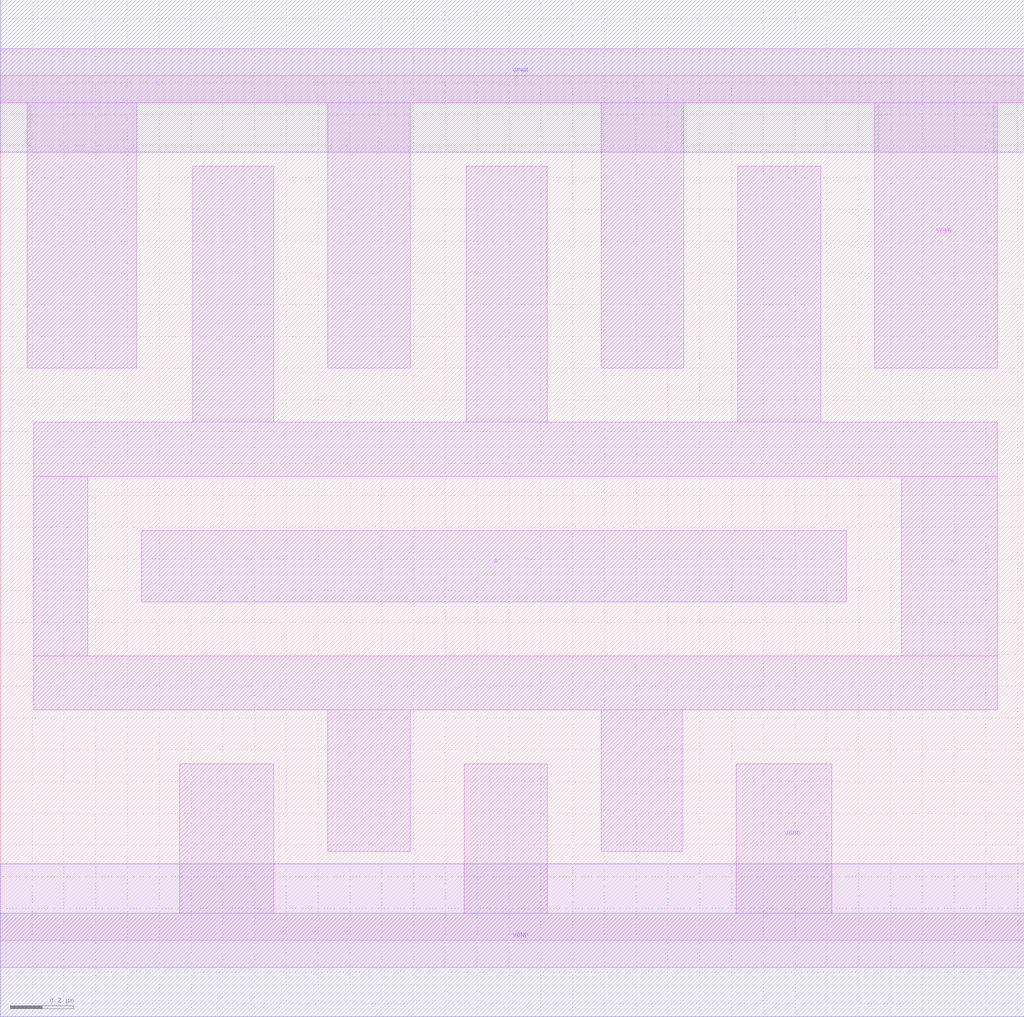
<source format=lef>
# Copyright 2020 The SkyWater PDK Authors
#
# Licensed under the Apache License, Version 2.0 (the "License");
# you may not use this file except in compliance with the License.
# You may obtain a copy of the License at
#
#     https://www.apache.org/licenses/LICENSE-2.0
#
# Unless required by applicable law or agreed to in writing, software
# distributed under the License is distributed on an "AS IS" BASIS,
# WITHOUT WARRANTIES OR CONDITIONS OF ANY KIND, either express or implied.
# See the License for the specific language governing permissions and
# limitations under the License.
#
# SPDX-License-Identifier: Apache-2.0

VERSION 5.5 ;
NAMESCASESENSITIVE ON ;
BUSBITCHARS "[]" ;
DIVIDERCHAR "/" ;
MACRO sky130_fd_sc_hd__clkinv_4
  CLASS CORE ;
  SOURCE USER ;
  ORIGIN  0.000000  0.000000 ;
  SIZE  3.220000 BY  2.720000 ;
  SYMMETRY X Y R90 ;
  SITE unithd ;
  PIN A
    ANTENNAGATEAREA  1.152000 ;
    DIRECTION INPUT ;
    USE SIGNAL ;
    PORT
      LAYER li1 ;
        RECT 0.445000 1.065000 2.660000 1.290000 ;
    END
  END A
  PIN Y
    ANTENNADIFFAREA  1.075200 ;
    DIRECTION OUTPUT ;
    USE SIGNAL ;
    PORT
      LAYER li1 ;
        RECT 0.105000 0.725000 3.135000 0.895000 ;
        RECT 0.105000 0.895000 0.275000 1.460000 ;
        RECT 0.105000 1.460000 3.135000 1.630000 ;
        RECT 0.605000 1.630000 0.860000 2.435000 ;
        RECT 1.030000 0.280000 1.290000 0.725000 ;
        RECT 1.465000 1.630000 1.720000 2.435000 ;
        RECT 1.890000 0.280000 2.145000 0.725000 ;
        RECT 2.320000 1.630000 2.580000 2.435000 ;
        RECT 2.835000 0.895000 3.135000 1.460000 ;
    END
  END Y
  PIN VGND
    DIRECTION INOUT ;
    SHAPE ABUTMENT ;
    USE GROUND ;
    PORT
      LAYER li1 ;
        RECT 0.000000 -0.085000 3.220000 0.085000 ;
        RECT 0.565000  0.085000 0.860000 0.555000 ;
        RECT 1.460000  0.085000 1.720000 0.555000 ;
        RECT 2.315000  0.085000 2.615000 0.555000 ;
    END
    PORT
      LAYER met1 ;
        RECT 0.000000 -0.240000 3.220000 0.240000 ;
    END
  END VGND
  PIN VNB
    DIRECTION INOUT ;
    USE GROUND ;
    PORT
    END
  END VNB
  PIN VPB
    DIRECTION INOUT ;
    USE POWER ;
    PORT
    END
  END VPB
  PIN VPWR
    DIRECTION INOUT ;
    SHAPE ABUTMENT ;
    USE POWER ;
    PORT
      LAYER li1 ;
        RECT 0.000000 2.635000 3.220000 2.805000 ;
        RECT 0.085000 1.800000 0.430000 2.635000 ;
        RECT 1.030000 1.800000 1.290000 2.635000 ;
        RECT 1.890000 1.800000 2.150000 2.635000 ;
        RECT 2.750000 1.800000 3.135000 2.635000 ;
    END
    PORT
      LAYER met1 ;
        RECT 0.000000 2.480000 3.220000 2.960000 ;
    END
  END VPWR
  OBS
  END
END sky130_fd_sc_hd__clkinv_4
END LIBRARY

</source>
